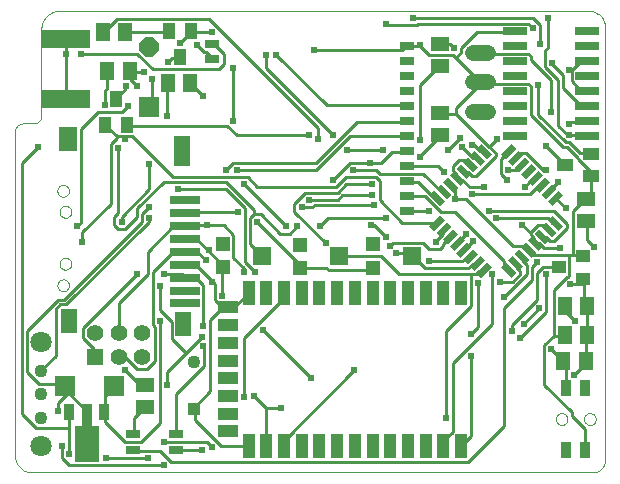
<source format=gbl>
G75*
%MOIN*%
%OFA0B0*%
%FSLAX24Y24*%
%IPPOS*%
%LPD*%
%AMOC8*
5,1,8,0,0,1.08239X$1,22.5*
%
%ADD10C,0.0000*%
%ADD11C,0.0436*%
%ADD12C,0.0709*%
%ADD13R,0.0650X0.0650*%
%ADD14OC8,0.0650*%
%ADD15R,0.0472X0.0276*%
%ADD16R,0.0531X0.0791*%
%ADD17R,0.0591X0.0815*%
%ADD18R,0.0531X0.0806*%
%ADD19R,0.1000X0.0295*%
%ADD20R,0.0531X0.1000*%
%ADD21C,0.0520*%
%ADD22R,0.0500X0.0250*%
%ADD23R,0.1600X0.0600*%
%ADD24R,0.0800X0.0260*%
%ADD25R,0.0512X0.0591*%
%ADD26R,0.0500X0.0220*%
%ADD27R,0.0220X0.0500*%
%ADD28R,0.0591X0.0512*%
%ADD29R,0.0551X0.0394*%
%ADD30R,0.0709X0.0669*%
%ADD31R,0.0350X0.0550*%
%ADD32R,0.0350X0.0750*%
%ADD33R,0.0787X0.1200*%
%ADD34R,0.0394X0.0551*%
%ADD35R,0.0320X0.0560*%
%ADD36R,0.0560X0.0560*%
%ADD37C,0.0560*%
%ADD38R,0.0436X0.0436*%
%ADD39R,0.0450X0.0400*%
%ADD40R,0.0394X0.0787*%
%ADD41R,0.0709X0.0394*%
%ADD42R,0.0630X0.0591*%
%ADD43R,0.0472X0.0472*%
%ADD44C,0.0100*%
%ADD45C,0.0240*%
D10*
X002038Y000854D02*
X002038Y011613D01*
X002039Y011613D02*
X002041Y011645D01*
X002046Y011676D01*
X002055Y011707D01*
X002067Y011737D01*
X002083Y011765D01*
X002101Y011791D01*
X002122Y011815D01*
X002146Y011836D01*
X002172Y011854D01*
X002200Y011870D01*
X002230Y011882D01*
X002261Y011891D01*
X002292Y011896D01*
X002324Y011898D01*
X002324Y011899D02*
X002659Y011899D01*
X002689Y011901D01*
X002718Y011906D01*
X002747Y011914D01*
X002774Y011925D01*
X002800Y011940D01*
X002824Y011957D01*
X002846Y011977D01*
X002866Y011999D01*
X002883Y012023D01*
X002898Y012049D01*
X002909Y012076D01*
X002917Y012105D01*
X002922Y012134D01*
X002924Y012164D01*
X002924Y015048D01*
X002926Y015095D01*
X002931Y015142D01*
X002941Y015189D01*
X002954Y015234D01*
X002970Y015279D01*
X002990Y015322D01*
X003013Y015363D01*
X003039Y015402D01*
X003068Y015440D01*
X003101Y015474D01*
X003135Y015507D01*
X003173Y015536D01*
X003212Y015562D01*
X003253Y015585D01*
X003296Y015605D01*
X003341Y015621D01*
X003386Y015634D01*
X003433Y015644D01*
X003480Y015649D01*
X003527Y015651D01*
X021161Y015651D01*
X021161Y015650D02*
X021207Y015648D01*
X021254Y015642D01*
X021299Y015633D01*
X021343Y015620D01*
X021387Y015603D01*
X021428Y015582D01*
X021468Y015558D01*
X021506Y015531D01*
X021542Y015501D01*
X021574Y015469D01*
X021604Y015433D01*
X021631Y015395D01*
X021655Y015355D01*
X021676Y015314D01*
X021693Y015270D01*
X021706Y015226D01*
X021715Y015181D01*
X021721Y015134D01*
X021723Y015088D01*
X021723Y000683D01*
X021721Y000644D01*
X021716Y000606D01*
X021707Y000569D01*
X021695Y000532D01*
X021679Y000497D01*
X021660Y000463D01*
X021639Y000431D01*
X021614Y000401D01*
X021587Y000374D01*
X021557Y000349D01*
X021525Y000328D01*
X021491Y000309D01*
X021456Y000293D01*
X021419Y000281D01*
X021382Y000272D01*
X021344Y000267D01*
X021305Y000265D01*
X002628Y000265D01*
X002582Y000267D01*
X002536Y000272D01*
X002491Y000281D01*
X002446Y000294D01*
X002403Y000310D01*
X002361Y000329D01*
X002320Y000352D01*
X002282Y000377D01*
X002245Y000406D01*
X002212Y000438D01*
X002180Y000471D01*
X002151Y000508D01*
X002126Y000546D01*
X002103Y000587D01*
X002084Y000629D01*
X002068Y000672D01*
X002055Y000717D01*
X002046Y000762D01*
X002041Y000808D01*
X002039Y000854D01*
X003456Y006501D02*
X003458Y006528D01*
X003464Y006555D01*
X003473Y006581D01*
X003486Y006605D01*
X003502Y006628D01*
X003521Y006647D01*
X003543Y006664D01*
X003567Y006678D01*
X003592Y006688D01*
X003619Y006695D01*
X003646Y006698D01*
X003674Y006697D01*
X003701Y006692D01*
X003727Y006684D01*
X003751Y006672D01*
X003774Y006656D01*
X003795Y006638D01*
X003812Y006617D01*
X003827Y006593D01*
X003838Y006568D01*
X003846Y006542D01*
X003850Y006515D01*
X003850Y006487D01*
X003846Y006460D01*
X003838Y006434D01*
X003827Y006409D01*
X003812Y006385D01*
X003795Y006364D01*
X003774Y006346D01*
X003752Y006330D01*
X003727Y006318D01*
X003701Y006310D01*
X003674Y006305D01*
X003646Y006304D01*
X003619Y006307D01*
X003592Y006314D01*
X003567Y006324D01*
X003543Y006338D01*
X003521Y006355D01*
X003502Y006374D01*
X003486Y006397D01*
X003473Y006421D01*
X003464Y006447D01*
X003458Y006474D01*
X003456Y006501D01*
X003532Y007222D02*
X003534Y007249D01*
X003540Y007276D01*
X003549Y007302D01*
X003562Y007326D01*
X003578Y007349D01*
X003597Y007368D01*
X003619Y007385D01*
X003643Y007399D01*
X003668Y007409D01*
X003695Y007416D01*
X003722Y007419D01*
X003750Y007418D01*
X003777Y007413D01*
X003803Y007405D01*
X003827Y007393D01*
X003850Y007377D01*
X003871Y007359D01*
X003888Y007338D01*
X003903Y007314D01*
X003914Y007289D01*
X003922Y007263D01*
X003926Y007236D01*
X003926Y007208D01*
X003922Y007181D01*
X003914Y007155D01*
X003903Y007130D01*
X003888Y007106D01*
X003871Y007085D01*
X003850Y007067D01*
X003828Y007051D01*
X003803Y007039D01*
X003777Y007031D01*
X003750Y007026D01*
X003722Y007025D01*
X003695Y007028D01*
X003668Y007035D01*
X003643Y007045D01*
X003619Y007059D01*
X003597Y007076D01*
X003578Y007095D01*
X003562Y007118D01*
X003549Y007142D01*
X003540Y007168D01*
X003534Y007195D01*
X003532Y007222D01*
X003532Y008954D02*
X003534Y008981D01*
X003540Y009008D01*
X003549Y009034D01*
X003562Y009058D01*
X003578Y009081D01*
X003597Y009100D01*
X003619Y009117D01*
X003643Y009131D01*
X003668Y009141D01*
X003695Y009148D01*
X003722Y009151D01*
X003750Y009150D01*
X003777Y009145D01*
X003803Y009137D01*
X003827Y009125D01*
X003850Y009109D01*
X003871Y009091D01*
X003888Y009070D01*
X003903Y009046D01*
X003914Y009021D01*
X003922Y008995D01*
X003926Y008968D01*
X003926Y008940D01*
X003922Y008913D01*
X003914Y008887D01*
X003903Y008862D01*
X003888Y008838D01*
X003871Y008817D01*
X003850Y008799D01*
X003828Y008783D01*
X003803Y008771D01*
X003777Y008763D01*
X003750Y008758D01*
X003722Y008757D01*
X003695Y008760D01*
X003668Y008767D01*
X003643Y008777D01*
X003619Y008791D01*
X003597Y008808D01*
X003578Y008827D01*
X003562Y008850D01*
X003549Y008874D01*
X003540Y008900D01*
X003534Y008927D01*
X003532Y008954D01*
X003456Y009655D02*
X003458Y009682D01*
X003464Y009709D01*
X003473Y009735D01*
X003486Y009759D01*
X003502Y009782D01*
X003521Y009801D01*
X003543Y009818D01*
X003567Y009832D01*
X003592Y009842D01*
X003619Y009849D01*
X003646Y009852D01*
X003674Y009851D01*
X003701Y009846D01*
X003727Y009838D01*
X003751Y009826D01*
X003774Y009810D01*
X003795Y009792D01*
X003812Y009771D01*
X003827Y009747D01*
X003838Y009722D01*
X003846Y009696D01*
X003850Y009669D01*
X003850Y009641D01*
X003846Y009614D01*
X003838Y009588D01*
X003827Y009563D01*
X003812Y009539D01*
X003795Y009518D01*
X003774Y009500D01*
X003752Y009484D01*
X003727Y009472D01*
X003701Y009464D01*
X003674Y009459D01*
X003646Y009458D01*
X003619Y009461D01*
X003592Y009468D01*
X003567Y009478D01*
X003543Y009492D01*
X003521Y009509D01*
X003502Y009528D01*
X003486Y009551D01*
X003473Y009575D01*
X003464Y009601D01*
X003458Y009628D01*
X003456Y009655D01*
X020066Y002045D02*
X020068Y002072D01*
X020074Y002099D01*
X020083Y002125D01*
X020096Y002149D01*
X020112Y002172D01*
X020131Y002191D01*
X020153Y002208D01*
X020177Y002222D01*
X020202Y002232D01*
X020229Y002239D01*
X020256Y002242D01*
X020284Y002241D01*
X020311Y002236D01*
X020337Y002228D01*
X020361Y002216D01*
X020384Y002200D01*
X020405Y002182D01*
X020422Y002161D01*
X020437Y002137D01*
X020448Y002112D01*
X020456Y002086D01*
X020460Y002059D01*
X020460Y002031D01*
X020456Y002004D01*
X020448Y001978D01*
X020437Y001953D01*
X020422Y001929D01*
X020405Y001908D01*
X020384Y001890D01*
X020362Y001874D01*
X020337Y001862D01*
X020311Y001854D01*
X020284Y001849D01*
X020256Y001848D01*
X020229Y001851D01*
X020202Y001858D01*
X020177Y001868D01*
X020153Y001882D01*
X020131Y001899D01*
X020112Y001918D01*
X020096Y001941D01*
X020083Y001965D01*
X020074Y001991D01*
X020068Y002018D01*
X020066Y002045D01*
X021011Y002045D02*
X021013Y002072D01*
X021019Y002099D01*
X021028Y002125D01*
X021041Y002149D01*
X021057Y002172D01*
X021076Y002191D01*
X021098Y002208D01*
X021122Y002222D01*
X021147Y002232D01*
X021174Y002239D01*
X021201Y002242D01*
X021229Y002241D01*
X021256Y002236D01*
X021282Y002228D01*
X021306Y002216D01*
X021329Y002200D01*
X021350Y002182D01*
X021367Y002161D01*
X021382Y002137D01*
X021393Y002112D01*
X021401Y002086D01*
X021405Y002059D01*
X021405Y002031D01*
X021401Y002004D01*
X021393Y001978D01*
X021382Y001953D01*
X021367Y001929D01*
X021350Y001908D01*
X021329Y001890D01*
X021307Y001874D01*
X021282Y001862D01*
X021256Y001854D01*
X021229Y001849D01*
X021201Y001848D01*
X021174Y001851D01*
X021147Y001858D01*
X021122Y001868D01*
X021098Y001882D01*
X021076Y001899D01*
X021057Y001918D01*
X021041Y001941D01*
X021028Y001965D01*
X021019Y001991D01*
X021013Y002018D01*
X021011Y002045D01*
D11*
X007999Y003950D03*
X002912Y003655D03*
X002912Y002867D03*
X002912Y002080D03*
D12*
X002912Y001135D03*
X002912Y004600D03*
D13*
X006527Y012438D03*
D14*
X006527Y014438D03*
D15*
X005979Y001552D03*
X005979Y001001D03*
X007397Y001001D03*
X007397Y001552D03*
D16*
X007658Y005205D03*
D17*
X003824Y011383D03*
D18*
X003857Y005330D03*
D19*
X007703Y005899D03*
X007703Y006312D03*
X007703Y006745D03*
X007703Y007178D03*
X007703Y007611D03*
X007703Y008045D03*
X007703Y008478D03*
X007703Y008911D03*
X007703Y009344D03*
D20*
X007625Y010989D03*
D21*
X017305Y012280D02*
X017825Y012280D01*
X017825Y013265D02*
X017305Y013265D01*
X017305Y014249D02*
X017825Y014249D01*
D22*
X015125Y014478D03*
X015125Y013978D03*
X015125Y013478D03*
X015125Y012978D03*
X015125Y012478D03*
X015125Y011978D03*
X015125Y011478D03*
X015125Y010978D03*
X015125Y010478D03*
X015125Y009978D03*
X015125Y009478D03*
X015125Y008978D03*
X008625Y014033D03*
X008625Y014533D03*
D23*
X003751Y014706D03*
X003751Y012706D03*
D24*
X018706Y012472D03*
X018706Y012972D03*
X018706Y013472D03*
X018706Y013972D03*
X018706Y014472D03*
X018706Y014972D03*
X021126Y014972D03*
X021126Y014472D03*
X021126Y013972D03*
X021126Y013472D03*
X021126Y012972D03*
X021126Y012472D03*
X021126Y011972D03*
X021126Y011472D03*
X018706Y011472D03*
X018706Y011972D03*
D25*
X020365Y005804D03*
X021113Y005804D03*
X021121Y004840D03*
X020373Y004840D03*
X020326Y003970D03*
X021074Y003970D03*
X007889Y013253D03*
X007141Y013253D03*
X005869Y013631D03*
X005121Y013631D03*
X004979Y014938D03*
X005727Y014938D03*
D26*
G36*
X016214Y009150D02*
X015862Y009502D01*
X016018Y009658D01*
X016370Y009306D01*
X016214Y009150D01*
G37*
G36*
X016437Y009373D02*
X016085Y009725D01*
X016241Y009881D01*
X016593Y009529D01*
X016437Y009373D01*
G37*
G36*
X016660Y009596D02*
X016308Y009948D01*
X016464Y010104D01*
X016816Y009752D01*
X016660Y009596D01*
G37*
G36*
X016882Y009819D02*
X016530Y010171D01*
X016686Y010327D01*
X017038Y009975D01*
X016882Y009819D01*
G37*
G36*
X017105Y010041D02*
X016753Y010393D01*
X016909Y010549D01*
X017261Y010197D01*
X017105Y010041D01*
G37*
G36*
X017328Y010264D02*
X016976Y010616D01*
X017132Y010772D01*
X017484Y010420D01*
X017328Y010264D01*
G37*
G36*
X017550Y010487D02*
X017198Y010839D01*
X017354Y010995D01*
X017706Y010643D01*
X017550Y010487D01*
G37*
G36*
X017773Y010709D02*
X017421Y011061D01*
X017577Y011217D01*
X017929Y010865D01*
X017773Y010709D01*
G37*
G36*
X020163Y008319D02*
X019811Y008671D01*
X019967Y008827D01*
X020319Y008475D01*
X020163Y008319D01*
G37*
G36*
X019941Y008097D02*
X019589Y008449D01*
X019745Y008605D01*
X020097Y008253D01*
X019941Y008097D01*
G37*
G36*
X019718Y007874D02*
X019366Y008226D01*
X019522Y008382D01*
X019874Y008030D01*
X019718Y007874D01*
G37*
G36*
X019495Y007651D02*
X019143Y008003D01*
X019299Y008159D01*
X019651Y007807D01*
X019495Y007651D01*
G37*
G36*
X019272Y007429D02*
X018920Y007781D01*
X019076Y007937D01*
X019428Y007585D01*
X019272Y007429D01*
G37*
G36*
X019050Y007206D02*
X018698Y007558D01*
X018854Y007714D01*
X019206Y007362D01*
X019050Y007206D01*
G37*
G36*
X018827Y006983D02*
X018475Y007335D01*
X018631Y007491D01*
X018983Y007139D01*
X018827Y006983D01*
G37*
G36*
X018604Y006760D02*
X018252Y007112D01*
X018408Y007268D01*
X018760Y006916D01*
X018604Y006760D01*
G37*
D27*
G36*
X017577Y006760D02*
X017421Y006916D01*
X017773Y007268D01*
X017929Y007112D01*
X017577Y006760D01*
G37*
G36*
X017354Y006983D02*
X017198Y007139D01*
X017550Y007491D01*
X017706Y007335D01*
X017354Y006983D01*
G37*
G36*
X017132Y007206D02*
X016976Y007362D01*
X017328Y007714D01*
X017484Y007558D01*
X017132Y007206D01*
G37*
G36*
X016909Y007429D02*
X016753Y007585D01*
X017105Y007937D01*
X017261Y007781D01*
X016909Y007429D01*
G37*
G36*
X016686Y007651D02*
X016530Y007807D01*
X016882Y008159D01*
X017038Y008003D01*
X016686Y007651D01*
G37*
G36*
X016464Y007874D02*
X016308Y008030D01*
X016660Y008382D01*
X016816Y008226D01*
X016464Y007874D01*
G37*
G36*
X016241Y008097D02*
X016085Y008253D01*
X016437Y008605D01*
X016593Y008449D01*
X016241Y008097D01*
G37*
G36*
X016018Y008319D02*
X015862Y008475D01*
X016214Y008827D01*
X016370Y008671D01*
X016018Y008319D01*
G37*
G36*
X018854Y010264D02*
X018698Y010420D01*
X019050Y010772D01*
X019206Y010616D01*
X018854Y010264D01*
G37*
G36*
X019076Y010041D02*
X018920Y010197D01*
X019272Y010549D01*
X019428Y010393D01*
X019076Y010041D01*
G37*
G36*
X019299Y009819D02*
X019143Y009975D01*
X019495Y010327D01*
X019651Y010171D01*
X019299Y009819D01*
G37*
G36*
X019522Y009596D02*
X019366Y009752D01*
X019718Y010104D01*
X019874Y009948D01*
X019522Y009596D01*
G37*
G36*
X019745Y009373D02*
X019589Y009529D01*
X019941Y009881D01*
X020097Y009725D01*
X019745Y009373D01*
G37*
G36*
X019967Y009150D02*
X019811Y009306D01*
X020163Y009658D01*
X020319Y009502D01*
X019967Y009150D01*
G37*
G36*
X018631Y010487D02*
X018475Y010643D01*
X018827Y010995D01*
X018983Y010839D01*
X018631Y010487D01*
G37*
G36*
X018408Y010709D02*
X018252Y010865D01*
X018604Y011217D01*
X018760Y011061D01*
X018408Y010709D01*
G37*
D28*
X016223Y011501D03*
X016223Y012249D03*
X016196Y013812D03*
X016196Y014560D03*
X021082Y009391D03*
X021082Y008643D03*
X006365Y003182D03*
X006365Y002434D03*
D29*
X020381Y010521D03*
X021247Y010895D03*
X021247Y010147D03*
D30*
X005330Y003131D03*
X003716Y003131D03*
D31*
X003842Y002269D03*
X005023Y002269D03*
D32*
X004432Y002190D03*
D33*
X004432Y001230D03*
D34*
X005046Y011856D03*
X005794Y011856D03*
X005420Y012722D03*
X007550Y014104D03*
X007176Y014970D03*
X007924Y014970D03*
D35*
X020420Y003068D03*
X021050Y003068D03*
X021050Y001021D03*
X020420Y001021D03*
D36*
X004716Y004115D03*
D37*
X005503Y004115D03*
X006290Y004115D03*
X006290Y004903D03*
X005503Y004903D03*
X004716Y004903D03*
D38*
X007999Y002375D03*
D39*
X020174Y007100D03*
X020974Y007474D03*
X020974Y006726D03*
D40*
X016916Y006257D03*
X016326Y006257D03*
X015735Y006257D03*
X015145Y006257D03*
X014554Y006257D03*
X013964Y006257D03*
X013373Y006257D03*
X012782Y006257D03*
X012192Y006257D03*
X011601Y006257D03*
X011011Y006257D03*
X010420Y006257D03*
X009830Y006257D03*
X009830Y001139D03*
X010420Y001139D03*
X011011Y001139D03*
X011601Y001139D03*
X012192Y001139D03*
X012782Y001139D03*
X013373Y001139D03*
X013964Y001139D03*
X014554Y001139D03*
X015145Y001139D03*
X015735Y001139D03*
X016326Y001139D03*
X016916Y001139D03*
D41*
X009141Y001631D03*
X009141Y002222D03*
X009141Y002812D03*
X009141Y003403D03*
X009141Y003993D03*
X009141Y004584D03*
X009141Y005174D03*
X009141Y005765D03*
D42*
X010275Y007493D03*
X012838Y007470D03*
X015282Y007474D03*
D43*
X013973Y007867D03*
X013973Y007080D03*
X011529Y007076D03*
X011529Y007863D03*
X008966Y007887D03*
X008966Y007100D03*
D44*
X008958Y007065D01*
X008958Y006145D01*
X008718Y006025D02*
X008958Y005785D01*
X009118Y005785D01*
X009141Y005765D01*
X008958Y005745D01*
X008558Y005345D01*
X008558Y002985D01*
X007998Y002425D01*
X007999Y002375D01*
X008038Y002345D01*
X008038Y002025D01*
X008918Y001145D01*
X009798Y001145D01*
X009830Y001139D01*
X010398Y001145D02*
X010420Y001139D01*
X010398Y001145D02*
X010398Y002425D01*
X010918Y002425D01*
X010398Y002425D02*
X009998Y002825D01*
X009678Y002785D02*
X009678Y004745D01*
X010998Y006065D01*
X010998Y006225D01*
X011011Y006257D01*
X010038Y006945D02*
X009718Y007265D01*
X009718Y009065D01*
X009078Y009705D01*
X007478Y009705D01*
X006998Y009945D02*
X009078Y009945D01*
X009998Y009025D01*
X009998Y008865D01*
X009878Y008745D01*
X009878Y007865D01*
X010238Y007505D01*
X010275Y007493D01*
X009678Y007065D02*
X009318Y007425D01*
X009318Y008185D01*
X008998Y008505D01*
X008438Y008505D01*
X007718Y008505D01*
X007703Y008478D01*
X007678Y008465D01*
X007318Y008465D01*
X006478Y007625D01*
X006478Y006865D01*
X005518Y005905D01*
X005518Y004905D01*
X005503Y004903D01*
X004678Y004385D02*
X004318Y004745D01*
X004318Y005065D01*
X006118Y006865D01*
X006638Y006945D02*
X007278Y007585D01*
X007678Y007585D01*
X007703Y007611D01*
X007718Y007585D01*
X008158Y007585D01*
X008398Y007345D01*
X008498Y007645D02*
X008518Y007665D01*
X008498Y007645D02*
X008958Y007185D01*
X008958Y007105D01*
X008966Y007100D01*
X008618Y006645D02*
X008598Y006625D01*
X008618Y006645D02*
X008118Y007145D01*
X007718Y007145D01*
X007703Y007178D01*
X007598Y006865D02*
X007678Y006785D01*
X007703Y006745D01*
X007718Y006705D01*
X008118Y006705D01*
X008318Y006505D01*
X008318Y005145D01*
X008278Y004785D02*
X007738Y004245D01*
X007278Y004705D01*
X007278Y005265D01*
X006878Y005665D01*
X006878Y006465D01*
X006998Y006865D02*
X007598Y006865D01*
X006638Y006945D02*
X006638Y005185D01*
X006718Y005105D01*
X006718Y003985D01*
X006438Y003705D01*
X006118Y003705D01*
X005718Y004105D01*
X005518Y004105D01*
X005503Y004115D01*
X005718Y003665D02*
X006198Y003185D01*
X006358Y003185D01*
X006365Y003182D01*
X006365Y002434D02*
X006358Y002425D01*
X005998Y002065D01*
X005998Y001585D01*
X005979Y001552D01*
X006238Y001265D02*
X005718Y001265D01*
X005038Y001945D01*
X005038Y002225D01*
X005023Y002269D01*
X005038Y002305D01*
X005038Y002825D01*
X005318Y003105D01*
X005330Y003131D01*
X004398Y002345D02*
X004398Y002225D01*
X004432Y002190D01*
X004398Y002345D02*
X003718Y003025D01*
X003718Y003105D01*
X003716Y003131D01*
X003678Y003145D01*
X003598Y003225D01*
X002838Y003225D01*
X002438Y003625D01*
X002438Y004985D01*
X003478Y006025D01*
X003678Y006025D01*
X006278Y008625D01*
X006278Y008865D01*
X006518Y009105D01*
X006118Y009065D02*
X006118Y008785D01*
X005718Y008385D01*
X005478Y008385D01*
X005358Y008505D01*
X005358Y008785D01*
X005478Y008905D01*
X005478Y011065D01*
X005238Y011225D02*
X005438Y011425D01*
X005438Y011465D01*
X005078Y011825D01*
X005046Y011856D01*
X004798Y012265D02*
X004238Y011705D01*
X004238Y008585D01*
X004118Y008465D01*
X004278Y008265D02*
X005238Y009225D01*
X005238Y011225D01*
X005438Y011465D02*
X005718Y011465D01*
X005718Y011385D01*
X005718Y011465D02*
X005958Y011465D01*
X007318Y010105D01*
X009798Y010105D01*
X010118Y009785D01*
X012758Y009785D01*
X013078Y010105D01*
X014078Y010105D01*
X014198Y009985D01*
X014198Y009345D01*
X014958Y008585D01*
X016078Y008585D01*
X016116Y008573D01*
X016318Y008345D02*
X016339Y008351D01*
X016318Y008345D02*
X016318Y008225D01*
X016078Y007985D01*
X016078Y007945D01*
X016318Y007865D02*
X016318Y007825D01*
X016198Y007705D01*
X015838Y007705D01*
X015638Y007905D01*
X014638Y007905D01*
X014558Y007825D01*
X014398Y008105D02*
X013998Y008505D01*
X013918Y008505D01*
X014398Y008745D02*
X012478Y008745D01*
X012198Y008465D01*
X012398Y007905D02*
X011358Y008945D01*
X011358Y009225D01*
X011718Y009585D01*
X012798Y009585D01*
X013078Y009865D01*
X013958Y009865D01*
X013958Y009505D02*
X012958Y009505D01*
X012798Y009345D01*
X011838Y009345D01*
X012038Y009185D02*
X011958Y009105D01*
X011598Y009105D01*
X012038Y009185D02*
X013998Y009185D01*
X015125Y008978D02*
X015158Y008985D01*
X015838Y008985D01*
X016238Y008945D02*
X016718Y008945D01*
X018358Y007305D01*
X018358Y007145D01*
X018478Y007025D01*
X018506Y007014D01*
X018758Y007105D02*
X018878Y006985D01*
X018878Y006865D01*
X018638Y006625D01*
X018198Y006625D01*
X017958Y006865D02*
X017958Y005225D01*
X016638Y003905D01*
X016638Y001625D01*
X016358Y001345D01*
X016358Y001145D01*
X016326Y001139D01*
X016916Y001139D02*
X016918Y001145D01*
X017238Y001465D01*
X017238Y004145D01*
X017238Y004865D02*
X017478Y005105D01*
X017478Y006585D01*
X017398Y006865D02*
X017238Y006865D01*
X017238Y005825D01*
X016398Y004985D01*
X016398Y002065D01*
X017158Y000625D02*
X018358Y001825D01*
X018358Y005745D01*
X019278Y006665D01*
X019278Y007105D01*
X019438Y007265D01*
X019638Y007105D02*
X019438Y006905D01*
X019438Y006025D01*
X018598Y005185D01*
X018598Y004985D01*
X018878Y004745D02*
X019758Y005625D01*
X019758Y006865D01*
X019638Y007105D02*
X020158Y007105D01*
X020174Y007100D01*
X020438Y006785D02*
X020478Y006785D01*
X020518Y006825D01*
X020518Y007505D01*
X020638Y007505D01*
X020638Y008985D01*
X021038Y009385D01*
X021082Y009391D01*
X021118Y009425D01*
X021238Y009545D01*
X021238Y010145D01*
X021247Y010147D01*
X021238Y010185D01*
X021238Y010265D01*
X020798Y010705D01*
X020798Y010745D01*
X020438Y011105D01*
X020318Y011105D01*
X019238Y012185D01*
X019238Y013145D01*
X019158Y013225D01*
X017598Y013225D01*
X017565Y013265D01*
X017558Y013225D01*
X016758Y012425D01*
X016758Y012225D01*
X016238Y012225D01*
X016223Y012249D01*
X016758Y012225D02*
X017858Y011125D01*
X018118Y011385D01*
X017858Y011125D02*
X018078Y010905D01*
X018078Y010825D01*
X017398Y010145D01*
X017278Y010145D01*
X017158Y010265D01*
X017038Y010265D01*
X017007Y010295D01*
X016758Y010225D02*
X016758Y010105D01*
X016784Y010073D01*
X016798Y010025D01*
X016958Y010025D01*
X017198Y009785D01*
X017678Y009785D01*
X017278Y009545D02*
X019198Y009545D01*
X019478Y009825D01*
X019598Y009825D01*
X019620Y009850D01*
X019843Y009627D02*
X019878Y009665D01*
X020158Y009945D01*
X019758Y010345D02*
X019638Y010345D01*
X019078Y010905D01*
X018918Y010905D01*
X018758Y010745D01*
X018729Y010741D01*
X018918Y010505D02*
X018952Y010518D01*
X018918Y010505D02*
X018758Y010345D01*
X018478Y010345D01*
X018238Y010225D02*
X018238Y010705D01*
X018478Y010945D01*
X018506Y010963D01*
X018238Y010225D02*
X018438Y010025D01*
X019038Y009785D02*
X019358Y010105D01*
X019397Y010073D01*
X020065Y009404D02*
X020078Y009385D01*
X020398Y009065D01*
X019998Y008985D02*
X017838Y008985D01*
X018078Y008745D02*
X019798Y008745D01*
X019958Y008585D01*
X020038Y008585D01*
X020065Y008573D01*
X019838Y008385D02*
X019843Y008351D01*
X019838Y008385D02*
X019718Y008505D01*
X019478Y008505D01*
X019238Y008265D01*
X019198Y008265D01*
X018958Y008505D01*
X019238Y008265D02*
X019238Y008185D01*
X019358Y008065D01*
X019358Y007945D01*
X019397Y007905D01*
X019438Y007905D01*
X019518Y007905D01*
X019678Y007745D01*
X020198Y007745D01*
X019998Y007985D02*
X020438Y008425D01*
X020438Y008545D01*
X019998Y008985D01*
X019620Y008128D02*
X019638Y008105D01*
X019758Y008105D01*
X019878Y007985D01*
X019998Y007985D01*
X020518Y007505D02*
X019358Y007505D01*
X019198Y007665D01*
X019174Y007683D01*
X019158Y007705D01*
X019038Y007825D01*
X018638Y007825D01*
X017078Y009385D01*
X016718Y009385D01*
X016718Y009705D01*
X016598Y009825D01*
X016562Y009850D01*
X016318Y009665D02*
X016339Y009627D01*
X016318Y009665D02*
X016198Y009665D01*
X015638Y010225D01*
X014198Y010225D01*
X014078Y010345D01*
X013318Y010345D01*
X013198Y010585D02*
X012638Y010025D01*
X012078Y010345D02*
X009438Y010345D01*
X009318Y010585D02*
X009078Y010345D01*
X009318Y010585D02*
X012078Y010585D01*
X013438Y011945D01*
X015118Y011945D01*
X015125Y011978D01*
X015125Y012478D02*
X015118Y012505D01*
X012438Y012505D01*
X010758Y014185D01*
X010398Y014185D02*
X010398Y013745D01*
X012638Y011505D01*
X012158Y011385D02*
X012158Y011745D01*
X008518Y015385D01*
X005438Y015385D01*
X004998Y014945D01*
X004979Y014938D01*
X005727Y014938D02*
X005758Y014945D01*
X007158Y014945D01*
X007176Y014970D01*
X007558Y014585D02*
X007918Y014945D01*
X007924Y014970D01*
X007958Y014945D01*
X008598Y014945D01*
X008625Y014533D02*
X008638Y014505D01*
X008718Y014505D01*
X008998Y014225D01*
X008998Y013865D01*
X008838Y013705D01*
X006638Y013705D01*
X006118Y014225D01*
X004238Y014225D01*
X003758Y014225D02*
X003758Y012745D01*
X003751Y012706D01*
X004798Y012265D02*
X005598Y012265D01*
X005798Y012465D01*
X005438Y012745D02*
X005420Y012722D01*
X005438Y012745D02*
X005758Y013065D01*
X005758Y013145D01*
X005878Y013385D02*
X006118Y013145D01*
X005878Y013385D02*
X005878Y013625D01*
X005869Y013631D01*
X005918Y013625D01*
X006358Y013625D01*
X006598Y013385D02*
X006598Y012505D01*
X006558Y012465D01*
X006527Y012438D01*
X007118Y012145D02*
X007118Y013225D01*
X007141Y013253D01*
X007889Y013253D02*
X007918Y013225D01*
X008318Y012825D01*
X009318Y011985D02*
X009318Y013745D01*
X008625Y014033D02*
X008598Y014065D01*
X008398Y014265D01*
X008358Y014265D01*
X008118Y014505D01*
X007550Y014104D02*
X007518Y014065D01*
X007278Y014065D01*
X007158Y013945D01*
X005121Y013631D02*
X005118Y013625D01*
X005118Y013065D01*
X005038Y012985D01*
X005038Y012505D01*
X005794Y011856D02*
X005798Y011825D01*
X009118Y011825D01*
X009438Y011505D01*
X011838Y011505D01*
X012078Y010345D02*
X013198Y011465D01*
X015118Y011465D01*
X015125Y011478D01*
X015558Y011345D02*
X015558Y013185D01*
X016158Y013785D01*
X016196Y013812D01*
X015838Y014185D02*
X016638Y014185D01*
X016738Y014085D01*
X016918Y014265D01*
X016918Y014425D01*
X017438Y014945D01*
X018678Y014945D01*
X018706Y014972D01*
X019158Y015225D02*
X015478Y015225D01*
X015438Y015185D01*
X014438Y015185D01*
X014398Y015225D01*
X015318Y015425D02*
X019318Y015425D01*
X019558Y015185D01*
X019558Y014545D01*
X019718Y014345D02*
X019798Y014425D01*
X019798Y015425D01*
X019318Y015065D02*
X019158Y015225D01*
X019718Y014345D02*
X019718Y013785D01*
X020158Y013345D01*
X020158Y011825D01*
X020478Y011505D01*
X020518Y011505D01*
X021118Y011505D01*
X021126Y011472D01*
X021118Y011945D02*
X020598Y011945D01*
X020518Y011865D01*
X021118Y011945D02*
X021126Y011972D01*
X021126Y012472D02*
X021118Y012505D01*
X020878Y012505D01*
X020318Y013065D01*
X020318Y013505D01*
X019958Y013865D01*
X019958Y013905D01*
X019918Y013345D02*
X019238Y014025D01*
X019238Y014145D01*
X019158Y014225D01*
X017598Y014225D01*
X017565Y014249D01*
X016738Y014085D02*
X017558Y013265D01*
X017565Y013265D01*
X016678Y014425D02*
X016558Y014545D01*
X016198Y014545D01*
X016196Y014560D01*
X015838Y014185D02*
X015558Y014465D01*
X015558Y014505D01*
X015558Y014465D02*
X015158Y014465D01*
X015125Y014478D01*
X015078Y014465D01*
X014958Y014345D01*
X011998Y014345D01*
X015558Y010825D02*
X016198Y011465D01*
X016223Y011501D01*
X016478Y011025D02*
X016878Y011425D01*
X016958Y011105D02*
X017318Y010745D01*
X017438Y010745D01*
X017452Y010741D01*
X017558Y010985D02*
X017358Y011185D01*
X017278Y011185D01*
X017558Y010985D02*
X017638Y010985D01*
X017675Y010963D01*
X017230Y010518D02*
X017198Y010545D01*
X017078Y010665D01*
X016838Y010665D01*
X016638Y010465D01*
X016638Y010345D01*
X016758Y010225D01*
X016358Y010265D02*
X016158Y010465D01*
X015158Y010465D01*
X015125Y010478D01*
X015558Y010785D02*
X015558Y010825D01*
X015118Y010945D02*
X015125Y010978D01*
X015118Y010945D02*
X014598Y010945D01*
X014238Y010585D01*
X013878Y010585D01*
X013198Y010585D01*
X013118Y011025D02*
X014318Y011025D01*
X015125Y009978D02*
X015158Y009945D01*
X015478Y009945D01*
X015998Y009425D01*
X016078Y009425D01*
X016116Y009404D01*
X015718Y009465D02*
X016238Y008945D01*
X015718Y009465D02*
X015158Y009465D01*
X015125Y009478D01*
X016562Y008128D02*
X016558Y008105D01*
X016318Y007865D01*
X016784Y007905D02*
X016798Y007945D01*
X017078Y008225D01*
X017318Y007985D02*
X017038Y007705D01*
X017007Y007683D01*
X017078Y007425D02*
X016958Y007305D01*
X015838Y007305D01*
X015718Y007065D02*
X015318Y007465D01*
X015282Y007474D01*
X015238Y007465D01*
X015118Y007585D01*
X014758Y007585D01*
X014238Y007465D02*
X012838Y007465D01*
X012838Y007470D01*
X012438Y007065D02*
X012478Y007025D01*
X013918Y007025D01*
X013958Y007065D01*
X013973Y007080D01*
X014238Y007465D02*
X014838Y006865D01*
X017238Y006865D01*
X017398Y006865D02*
X017518Y006985D01*
X017638Y006985D01*
X017675Y007014D01*
X017452Y007237D02*
X017438Y007225D01*
X017318Y007225D01*
X017158Y007065D01*
X015718Y007065D01*
X017078Y007425D02*
X017198Y007425D01*
X017230Y007460D01*
X018729Y007237D02*
X018758Y007225D01*
X018758Y007105D01*
X018958Y007345D02*
X019118Y007185D01*
X019118Y006865D01*
X018358Y006105D01*
X018998Y005225D02*
X019518Y005745D01*
X019998Y006345D02*
X020438Y006785D01*
X020558Y006545D02*
X020958Y006545D01*
X020974Y006726D01*
X020998Y006705D01*
X020998Y005905D01*
X021078Y005825D01*
X021113Y005804D01*
X021118Y005785D01*
X021118Y004865D01*
X021121Y004840D01*
X021118Y004825D01*
X021078Y004785D01*
X021078Y003985D01*
X021074Y003970D01*
X021038Y003945D01*
X021038Y003865D01*
X020678Y003505D01*
X020398Y003905D02*
X020358Y003945D01*
X020326Y003970D01*
X020318Y003985D01*
X019918Y004385D01*
X019678Y004505D02*
X019998Y004825D01*
X019998Y006345D01*
X020365Y005804D02*
X020398Y005785D01*
X020398Y005625D01*
X020718Y005305D01*
X020373Y004840D02*
X020358Y004825D01*
X019998Y004825D01*
X019678Y004505D02*
X019678Y003185D01*
X020598Y002265D01*
X020598Y002145D01*
X021038Y001705D01*
X021038Y001025D01*
X021050Y001021D01*
X020420Y003068D02*
X020398Y003105D01*
X020398Y003905D01*
X017158Y000625D02*
X007238Y000625D01*
X006878Y000985D01*
X005998Y000985D01*
X005979Y001001D01*
X006238Y001265D02*
X006878Y001905D01*
X006878Y005305D01*
X008318Y004465D02*
X008358Y004425D01*
X008358Y003825D01*
X007398Y002865D01*
X007398Y001585D01*
X007397Y001552D01*
X006998Y001265D02*
X008438Y001265D01*
X008598Y001105D01*
X008278Y001025D02*
X007398Y001025D01*
X007397Y001001D01*
X006998Y000505D02*
X003838Y000505D01*
X003598Y000745D01*
X003598Y001145D01*
X003838Y000865D02*
X003838Y001745D01*
X002758Y001745D01*
X002278Y002225D01*
X002278Y010585D01*
X002798Y011105D01*
X005598Y008785D02*
X005598Y008625D01*
X005598Y008785D02*
X006518Y009705D01*
X006518Y010545D01*
X006998Y009945D02*
X006118Y009065D01*
X006518Y008745D02*
X006518Y008625D01*
X003758Y005865D01*
X003558Y005865D01*
X003398Y005705D01*
X003398Y004145D01*
X002918Y003665D01*
X002912Y003655D01*
X003716Y003131D02*
X003798Y002905D01*
X003478Y002585D01*
X003478Y002305D01*
X003838Y002265D02*
X003842Y002269D01*
X003838Y002265D02*
X003838Y001745D01*
X005078Y000745D02*
X006478Y000745D01*
X007118Y003185D02*
X007118Y003625D01*
X007738Y004245D01*
X009141Y005765D02*
X009158Y005785D01*
X009358Y005785D01*
X009798Y006225D01*
X009830Y006257D01*
X009678Y006945D02*
X009678Y007065D01*
X008718Y006545D02*
X008718Y006025D01*
X008718Y006545D02*
X008618Y006645D01*
X008498Y007645D02*
X008118Y008025D01*
X007718Y008025D01*
X007703Y008045D01*
X007703Y008911D02*
X007718Y008945D01*
X009478Y008945D01*
X009998Y008865D02*
X010238Y008865D01*
X010878Y008225D01*
X011198Y008225D01*
X011438Y008465D01*
X011078Y008465D02*
X009678Y009865D01*
X010118Y008625D02*
X011518Y007225D01*
X011518Y007105D01*
X011529Y007076D01*
X011558Y007065D01*
X012438Y007065D01*
X010318Y005025D02*
X011918Y003425D01*
X013358Y003665D02*
X011038Y001345D01*
X011038Y001145D01*
X011011Y001139D01*
X004716Y004115D02*
X004678Y004145D01*
X004678Y004385D01*
X004278Y007945D02*
X004278Y008265D01*
X003758Y014225D02*
X003758Y014705D01*
X003751Y014706D01*
X018952Y007460D02*
X018958Y007425D01*
X018958Y007345D01*
X020638Y007505D02*
X020958Y007505D01*
X020974Y007474D01*
X021358Y007785D02*
X021118Y008025D01*
X021118Y008625D01*
X021082Y008643D01*
X020381Y010521D02*
X020358Y010545D01*
X019758Y011145D01*
X020398Y011265D02*
X019478Y012185D01*
X019478Y013185D01*
X019918Y013345D02*
X019918Y012265D01*
X020918Y012985D02*
X020598Y013305D01*
X020598Y013625D01*
X020518Y013665D01*
X020598Y013665D01*
X020878Y013945D01*
X021118Y013945D01*
X021126Y013972D01*
X021118Y012985D02*
X020918Y012985D01*
X021118Y012985D02*
X021126Y012972D01*
X020518Y011265D02*
X020398Y011265D01*
X020518Y011265D02*
X020878Y010905D01*
X021238Y010905D01*
X021247Y010895D01*
D45*
X020518Y011505D03*
X020518Y011865D03*
X019918Y012265D03*
X019478Y013185D03*
X019958Y013905D03*
X020518Y013665D03*
X019558Y014545D03*
X019318Y015065D03*
X019798Y015425D03*
X016678Y014425D03*
X015558Y014505D03*
X015318Y015425D03*
X014398Y015225D03*
X011998Y014345D03*
X010758Y014185D03*
X010398Y014185D03*
X009318Y013745D03*
X008318Y012825D03*
X009318Y011985D03*
X007118Y012145D03*
X005798Y012465D03*
X005758Y013145D03*
X006118Y013145D03*
X006598Y013385D03*
X006358Y013625D03*
X007158Y013945D03*
X007558Y014585D03*
X008118Y014505D03*
X008598Y014945D03*
X005038Y012505D03*
X005718Y011385D03*
X005478Y011065D03*
X006518Y010545D03*
X007478Y009705D03*
X006518Y009105D03*
X006518Y008745D03*
X005598Y008625D03*
X004278Y007945D03*
X004118Y008465D03*
X006118Y006865D03*
X006878Y006465D03*
X006998Y006865D03*
X008398Y007345D03*
X008518Y007665D03*
X008438Y008505D03*
X009478Y008945D03*
X010118Y008625D03*
X011078Y008465D03*
X011438Y008465D03*
X011598Y009105D03*
X011838Y009345D03*
X012638Y010025D03*
X013318Y010345D03*
X013878Y010585D03*
X014318Y011025D03*
X015558Y010785D03*
X015558Y011345D03*
X016478Y011025D03*
X016878Y011425D03*
X016958Y011105D03*
X017278Y011185D03*
X018118Y011385D03*
X018478Y010345D03*
X018438Y010025D03*
X019038Y009785D03*
X019758Y010345D03*
X020158Y009945D03*
X020398Y009065D03*
X018958Y008505D03*
X018078Y008745D03*
X017838Y008985D03*
X017278Y009545D03*
X017678Y009785D03*
X016718Y009385D03*
X015838Y008985D03*
X017078Y008225D03*
X017318Y007985D03*
X016078Y007945D03*
X015838Y007305D03*
X014758Y007585D03*
X014558Y007825D03*
X014398Y008105D03*
X013918Y008505D03*
X014398Y008745D03*
X013998Y009185D03*
X013958Y009505D03*
X013958Y009865D03*
X013118Y011025D03*
X012638Y011505D03*
X012158Y011385D03*
X011838Y011505D03*
X009438Y010345D03*
X009078Y010345D03*
X009678Y009865D03*
X012198Y008465D03*
X012398Y007905D03*
X010038Y006945D03*
X009678Y006945D03*
X008598Y006625D03*
X008958Y006145D03*
X008318Y005145D03*
X008278Y004785D03*
X008318Y004465D03*
X006878Y005305D03*
X005718Y003665D03*
X007118Y003185D03*
X009678Y002785D03*
X009998Y002825D03*
X010918Y002425D03*
X011918Y003425D03*
X013358Y003665D03*
X010318Y005025D03*
X006998Y001265D03*
X006478Y000745D03*
X006998Y000505D03*
X008278Y001025D03*
X008598Y001105D03*
X005078Y000745D03*
X003838Y000865D03*
X003598Y001145D03*
X003478Y002305D03*
X002798Y011105D03*
X003758Y014225D03*
X004238Y014225D03*
X016358Y010265D03*
X019758Y011145D03*
X020198Y007745D03*
X019438Y007265D03*
X019758Y006865D03*
X020558Y006545D03*
X019518Y005745D03*
X018998Y005225D03*
X018598Y004985D03*
X018878Y004745D03*
X019918Y004385D03*
X020678Y003505D03*
X020718Y005305D03*
X018358Y006105D03*
X018198Y006625D03*
X017958Y006865D03*
X017478Y006585D03*
X017238Y004865D03*
X017238Y004145D03*
X016398Y002065D03*
X021358Y007785D03*
M02*

</source>
